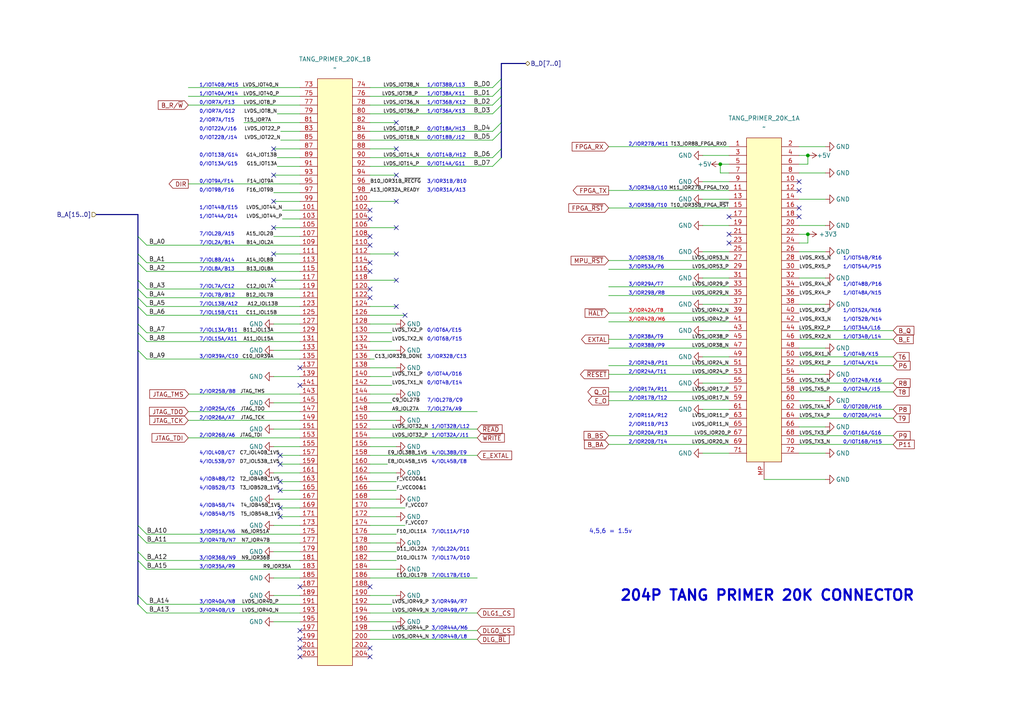
<source format=kicad_sch>
(kicad_sch (version 20230121) (generator eeschema)
  (paper "A4")
  (junction (at 234.315 67.945))
  (junction (at 234.315 45.085))
  (junction (at 208.915 47.625))
  (no_connect (at 114.935 58.42))
  (no_connect (at 81.28 147.32))
  (no_connect (at 86.995 182.88))
  (no_connect (at 211.455 70.485))
  (no_connect (at 107.315 187.96))
  (no_connect (at 114.935 81.28))
  (no_connect (at 107.315 78.74))
  (no_connect (at 86.995 111.76))
  (no_connect (at 86.995 187.96))
  (no_connect (at 81.28 139.7))
  (no_connect (at 81.28 142.24))
  (no_connect (at 81.28 132.08))
  (no_connect (at 86.995 185.42))
  (no_connect (at 81.28 149.86))
  (no_connect (at 107.315 83.82))
  (no_connect (at 114.935 73.66))
  (no_connect (at 114.935 88.9))
  (no_connect (at 107.315 68.58))
  (no_connect (at 231.775 62.865))
  (no_connect (at 114.935 50.8))
  (no_connect (at 107.315 76.2))
  (no_connect (at 231.775 55.245))
  (no_connect (at 107.315 60.96))
  (no_connect (at 79.375 43.18))
  (no_connect (at 211.455 62.865))
  (no_connect (at 86.995 190.5))
  (no_connect (at 114.935 35.56))
  (no_connect (at 81.28 134.62))
  (no_connect (at 107.315 71.12))
  (no_connect (at 231.775 60.325))
  (no_connect (at 114.935 43.18))
  (no_connect (at 231.775 52.705))
  (no_connect (at 86.995 106.68))
  (no_connect (at 117.475 91.44))
  (no_connect (at 86.995 170.18))
  (no_connect (at 79.375 66.04))
  (no_connect (at 79.375 50.8))
  (no_connect (at 79.375 81.28))
  (no_connect (at 107.315 63.5))
  (no_connect (at 107.315 190.5))
  (no_connect (at 107.315 170.18))
  (no_connect (at 211.455 67.945))
  (no_connect (at 107.315 86.36))
  (no_connect (at 79.375 73.66))
  (no_connect (at 114.935 66.04))
  (no_connect (at 79.375 58.42))
  (bus_entry (at 142.875 27.94) (size 2.54 -2.54))
  (bus_entry (at 40.005 76.2) (size 2.54 2.54))
  (bus_entry (at 40.005 160.02) (size 2.54 2.54))
  (bus_entry (at 40.005 93.98) (size 2.54 2.54))
  (bus_entry (at 40.005 154.94) (size 2.54 2.54))
  (bus_entry (at 40.005 73.66) (size 2.54 2.54))
  (bus_entry (at 142.875 30.48) (size 2.54 -2.54))
  (bus_entry (at 142.875 40.64) (size 2.54 -2.54))
  (bus_entry (at 142.875 33.02) (size 2.54 -2.54))
  (bus_entry (at 40.005 152.4) (size 2.54 2.54))
  (bus_entry (at 40.005 175.26) (size 2.54 2.54))
  (bus_entry (at 142.875 45.72) (size 2.54 -2.54))
  (bus_entry (at 142.875 25.4) (size 2.54 -2.54))
  (bus_entry (at 40.005 101.6) (size 2.54 2.54))
  (bus_entry (at 40.005 83.82) (size 2.54 2.54))
  (bus_entry (at 40.005 172.72) (size 2.54 2.54))
  (bus_entry (at 40.005 162.56) (size 2.54 2.54))
  (bus_entry (at 142.875 38.1) (size 2.54 -2.54))
  (bus_entry (at 40.005 81.28) (size 2.54 2.54))
  (bus_entry (at 142.875 48.26) (size 2.54 -2.54))
  (bus_entry (at 40.005 96.52) (size 2.54 2.54))
  (bus_entry (at 40.005 88.9) (size 2.54 2.54))
  (bus_entry (at 40.005 86.36) (size 2.54 2.54))
  (bus_entry (at 40.005 68.58) (size 2.54 2.54))
  (wire (pts (xy 239.395 88.265) (xy 231.775 88.265)))
  (wire (pts (xy 176.53 106.045) (xy 211.455 106.045)))
  (wire (pts (xy 54.61 30.48) (xy 86.995 30.48)))
  (wire (pts (xy 79.375 129.54) (xy 86.995 129.54)))
  (wire (pts (xy 42.545 78.74) (xy 86.995 78.74)))
  (wire (pts (xy 107.315 43.18) (xy 114.935 43.18)))
  (wire (pts (xy 107.315 91.44) (xy 117.475 91.44)))
  (bus (pts (xy 40.005 62.23) (xy 40.005 68.58)))
  (wire (pts (xy 79.375 109.22) (xy 86.995 109.22)))
  (wire (pts (xy 231.775 113.665) (xy 259.08 113.665)))
  (wire (pts (xy 221.615 139.065) (xy 239.395 139.065)))
  (wire (pts (xy 231.775 47.625) (xy 234.315 47.625)))
  (wire (pts (xy 114.935 180.34) (xy 107.315 180.34)))
  (wire (pts (xy 81.915 63.5) (xy 86.995 63.5)))
  (wire (pts (xy 114.935 165.1) (xy 107.315 165.1)))
  (wire (pts (xy 79.375 55.88) (xy 86.995 55.88)))
  (wire (pts (xy 107.315 33.02) (xy 142.875 33.02)))
  (wire (pts (xy 113.665 96.52) (xy 107.315 96.52)))
  (wire (pts (xy 176.53 60.325) (xy 211.455 60.325)))
  (wire (pts (xy 107.315 27.94) (xy 142.875 27.94)))
  (wire (pts (xy 231.775 98.425) (xy 259.08 98.425)))
  (wire (pts (xy 117.475 147.32) (xy 107.315 147.32)))
  (wire (pts (xy 107.315 73.66) (xy 114.935 73.66)))
  (wire (pts (xy 231.775 106.045) (xy 259.08 106.045)))
  (wire (pts (xy 42.545 104.14) (xy 86.995 104.14)))
  (wire (pts (xy 114.935 154.94) (xy 107.315 154.94)))
  (wire (pts (xy 79.375 68.58) (xy 86.995 68.58)))
  (wire (pts (xy 231.775 118.745) (xy 259.08 118.745)))
  (wire (pts (xy 42.545 162.56) (xy 86.995 162.56)))
  (wire (pts (xy 42.545 91.44) (xy 86.995 91.44)))
  (wire (pts (xy 259.08 95.885) (xy 231.775 95.885)))
  (wire (pts (xy 107.315 40.64) (xy 142.875 40.64)))
  (wire (pts (xy 114.935 129.54) (xy 107.315 129.54)))
  (bus (pts (xy 40.005 162.56) (xy 40.005 160.02)))
  (wire (pts (xy 208.915 50.165) (xy 208.915 47.625)))
  (wire (pts (xy 117.475 152.4) (xy 107.315 152.4)))
  (wire (pts (xy 203.835 103.505) (xy 211.455 103.505)))
  (wire (pts (xy 138.43 182.88) (xy 107.315 182.88)))
  (wire (pts (xy 176.53 93.345) (xy 211.455 93.345)))
  (wire (pts (xy 42.545 76.2) (xy 86.995 76.2)))
  (bus (pts (xy 40.005 101.6) (xy 40.005 96.52)))
  (wire (pts (xy 114.935 172.72) (xy 107.315 172.72)))
  (wire (pts (xy 231.775 67.945) (xy 234.315 67.945)))
  (wire (pts (xy 113.665 99.06) (xy 107.315 99.06)))
  (wire (pts (xy 79.375 172.72) (xy 86.995 172.72)))
  (wire (pts (xy 79.375 137.16) (xy 86.995 137.16)))
  (wire (pts (xy 79.375 101.6) (xy 86.995 101.6)))
  (wire (pts (xy 114.935 139.7) (xy 107.315 139.7)))
  (wire (pts (xy 42.545 157.48) (xy 86.995 157.48)))
  (wire (pts (xy 113.665 116.84) (xy 107.315 116.84)))
  (wire (pts (xy 42.545 177.8) (xy 86.995 177.8)))
  (wire (pts (xy 208.915 47.625) (xy 211.455 47.625)))
  (wire (pts (xy 114.935 149.86) (xy 107.315 149.86)))
  (wire (pts (xy 113.665 111.76) (xy 107.315 111.76)))
  (wire (pts (xy 138.43 185.42) (xy 107.315 185.42)))
  (wire (pts (xy 79.375 73.66) (xy 86.995 73.66)))
  (wire (pts (xy 107.315 132.08) (xy 138.43 132.08)))
  (bus (pts (xy 145.415 30.48) (xy 145.415 27.94)))
  (wire (pts (xy 42.545 165.1) (xy 86.995 165.1)))
  (wire (pts (xy 42.545 86.36) (xy 86.995 86.36)))
  (bus (pts (xy 40.005 154.94) (xy 40.005 152.4)))
  (wire (pts (xy 114.935 142.24) (xy 107.315 142.24)))
  (wire (pts (xy 42.545 154.94) (xy 86.995 154.94)))
  (wire (pts (xy 70.739 35.56) (xy 86.995 35.56)))
  (bus (pts (xy 40.005 96.52) (xy 40.005 93.98)))
  (bus (pts (xy 145.415 27.94) (xy 145.415 25.4)))
  (wire (pts (xy 231.775 126.365) (xy 259.08 126.365)))
  (wire (pts (xy 234.315 67.945) (xy 234.315 70.485)))
  (bus (pts (xy 40.005 76.2) (xy 40.005 73.66)))
  (wire (pts (xy 81.407 40.64) (xy 86.995 40.64)))
  (wire (pts (xy 138.43 127) (xy 107.315 127)))
  (wire (pts (xy 239.395 108.585) (xy 231.775 108.585)))
  (wire (pts (xy 81.407 38.1) (xy 86.995 38.1)))
  (wire (pts (xy 114.935 162.56) (xy 107.315 162.56)))
  (wire (pts (xy 203.835 95.885) (xy 211.455 95.885)))
  (wire (pts (xy 79.375 180.34) (xy 86.995 180.34)))
  (bus (pts (xy 145.415 18.415) (xy 152.4 18.415)))
  (wire (pts (xy 107.315 38.1) (xy 142.875 38.1)))
  (wire (pts (xy 54.61 121.92) (xy 86.995 121.92)))
  (wire (pts (xy 114.935 144.78) (xy 107.315 144.78)))
  (wire (pts (xy 211.455 42.545) (xy 176.53 42.545)))
  (wire (pts (xy 81.153 134.62) (xy 86.995 134.62)))
  (wire (pts (xy 176.53 108.585) (xy 211.455 108.585)))
  (wire (pts (xy 231.775 111.125) (xy 259.08 111.125)))
  (wire (pts (xy 79.375 93.98) (xy 86.995 93.98)))
  (wire (pts (xy 81.915 60.96) (xy 86.995 60.96)))
  (wire (pts (xy 54.61 127) (xy 86.995 127)))
  (wire (pts (xy 79.375 167.64) (xy 86.995 167.64)))
  (wire (pts (xy 79.375 152.4) (xy 86.995 152.4)))
  (bus (pts (xy 145.415 35.56) (xy 145.415 30.48)))
  (wire (pts (xy 54.61 27.94) (xy 86.995 27.94)))
  (wire (pts (xy 239.395 80.645) (xy 231.775 80.645)))
  (wire (pts (xy 114.935 101.6) (xy 107.315 101.6)))
  (wire (pts (xy 203.835 80.645) (xy 211.455 80.645)))
  (wire (pts (xy 176.53 85.725) (xy 211.455 85.725)))
  (wire (pts (xy 211.455 50.165) (xy 208.915 50.165)))
  (wire (pts (xy 203.835 88.265) (xy 211.455 88.265)))
  (wire (pts (xy 114.935 93.98) (xy 107.315 93.98)))
  (bus (pts (xy 40.005 83.82) (xy 40.005 81.28)))
  (wire (pts (xy 239.395 50.165) (xy 231.775 50.165)))
  (wire (pts (xy 176.53 126.365) (xy 211.455 126.365)))
  (bus (pts (xy 27.94 62.23) (xy 40.005 62.23)))
  (wire (pts (xy 79.375 50.8) (xy 86.995 50.8)))
  (wire (pts (xy 203.835 111.125) (xy 211.455 111.125)))
  (wire (pts (xy 239.395 131.445) (xy 231.775 131.445)))
  (wire (pts (xy 80.391 45.72) (xy 86.995 45.72)))
  (wire (pts (xy 107.315 58.42) (xy 114.935 58.42)))
  (wire (pts (xy 239.395 73.025) (xy 231.775 73.025)))
  (wire (pts (xy 114.935 106.68) (xy 107.315 106.68)))
  (bus (pts (xy 40.005 86.36) (xy 40.005 83.82)))
  (wire (pts (xy 107.315 81.28) (xy 114.935 81.28)))
  (wire (pts (xy 203.835 118.745) (xy 211.455 118.745)))
  (wire (pts (xy 234.315 47.625) (xy 234.315 45.085)))
  (wire (pts (xy 107.315 66.04) (xy 114.935 66.04)))
  (wire (pts (xy 79.375 144.78) (xy 86.995 144.78)))
  (wire (pts (xy 54.737 114.3) (xy 86.995 114.3)))
  (wire (pts (xy 54.61 119.38) (xy 86.995 119.38)))
  (wire (pts (xy 176.53 113.665) (xy 211.455 113.665)))
  (wire (pts (xy 107.315 119.38) (xy 138.43 119.38)))
  (wire (pts (xy 107.315 50.8) (xy 114.935 50.8)))
  (wire (pts (xy 231.775 103.505) (xy 259.08 103.505)))
  (wire (pts (xy 239.395 116.205) (xy 231.775 116.205)))
  (wire (pts (xy 42.545 175.26) (xy 86.995 175.26)))
  (wire (pts (xy 176.53 78.105) (xy 211.455 78.105)))
  (bus (pts (xy 40.005 172.72) (xy 40.005 162.56)))
  (wire (pts (xy 80.391 33.02) (xy 86.995 33.02)))
  (wire (pts (xy 239.395 42.545) (xy 231.775 42.545)))
  (wire (pts (xy 81.153 139.7) (xy 86.995 139.7)))
  (wire (pts (xy 108.585 104.14) (xy 107.315 104.14)))
  (bus (pts (xy 145.415 45.72) (xy 145.415 43.18)))
  (wire (pts (xy 203.835 65.405) (xy 211.455 65.405)))
  (wire (pts (xy 107.315 88.9) (xy 114.935 88.9)))
  (wire (pts (xy 239.395 100.965) (xy 231.775 100.965)))
  (wire (pts (xy 114.935 157.48) (xy 107.315 157.48)))
  (bus (pts (xy 40.005 81.28) (xy 40.005 76.2)))
  (wire (pts (xy 79.375 116.84) (xy 86.995 116.84)))
  (wire (pts (xy 203.835 45.085) (xy 211.455 45.085)))
  (wire (pts (xy 239.395 123.825) (xy 231.775 123.825)))
  (wire (pts (xy 176.53 128.905) (xy 211.455 128.905)))
  (wire (pts (xy 203.835 57.785) (xy 211.455 57.785)))
  (wire (pts (xy 42.545 96.52) (xy 86.995 96.52)))
  (wire (pts (xy 42.545 83.82) (xy 86.995 83.82)))
  (wire (pts (xy 107.315 30.48) (xy 142.875 30.48)))
  (bus (pts (xy 145.415 43.18) (xy 145.415 38.1)))
  (wire (pts (xy 239.395 57.785) (xy 231.775 57.785)))
  (wire (pts (xy 79.375 81.28) (xy 86.995 81.28)))
  (bus (pts (xy 145.415 38.1) (xy 145.415 35.56)))
  (bus (pts (xy 40.005 175.26) (xy 40.005 172.72)))
  (wire (pts (xy 42.545 88.9) (xy 86.995 88.9)))
  (wire (pts (xy 113.665 175.26) (xy 107.315 175.26)))
  (wire (pts (xy 176.53 75.565) (xy 211.455 75.565)))
  (wire (pts (xy 239.395 65.405) (xy 231.775 65.405)))
  (wire (pts (xy 112.395 134.62) (xy 107.315 134.62)))
  (wire (pts (xy 107.315 25.4) (xy 142.875 25.4)))
  (wire (pts (xy 114.935 114.3) (xy 107.315 114.3)))
  (wire (pts (xy 211.455 55.245) (xy 176.53 55.245)))
  (wire (pts (xy 114.935 137.16) (xy 107.315 137.16)))
  (wire (pts (xy 42.545 99.06) (xy 86.995 99.06)))
  (wire (pts (xy 176.53 83.185) (xy 211.455 83.185)))
  (wire (pts (xy 176.53 90.805) (xy 211.455 90.805)))
  (wire (pts (xy 234.315 70.485) (xy 231.775 70.485)))
  (bus (pts (xy 40.005 152.4) (xy 40.005 101.6)))
  (wire (pts (xy 42.545 71.12) (xy 86.995 71.12)))
  (wire (pts (xy 231.775 45.085) (xy 234.315 45.085)))
  (wire (pts (xy 79.375 160.02) (xy 86.995 160.02)))
  (wire (pts (xy 114.935 121.92) (xy 107.315 121.92)))
  (bus (pts (xy 40.005 160.02) (xy 40.005 154.94)))
  (wire (pts (xy 54.61 53.34) (xy 86.995 53.34)))
  (wire (pts (xy 176.53 100.965) (xy 211.455 100.965)))
  (wire (pts (xy 81.407 147.32) (xy 86.995 147.32)))
  (wire (pts (xy 107.315 35.56) (xy 114.935 35.56)))
  (wire (pts (xy 80.391 48.26) (xy 86.995 48.26)))
  (wire (pts (xy 231.775 128.905) (xy 259.08 128.905)))
  (wire (pts (xy 203.835 73.025) (xy 211.455 73.025)))
  (bus (pts (xy 145.415 25.4) (xy 145.415 22.86)))
  (wire (pts (xy 54.61 25.4) (xy 86.995 25.4)))
  (bus (pts (xy 40.005 93.98) (xy 40.005 88.9)))
  (wire (pts (xy 79.375 66.04) (xy 86.995 66.04)))
  (bus (pts (xy 145.415 22.86) (xy 145.415 18.415)))
  (wire (pts (xy 114.935 160.02) (xy 107.315 160.02)))
  (bus (pts (xy 40.005 73.66) (xy 40.005 68.58)))
  (wire (pts (xy 138.43 124.46) (xy 107.315 124.46)))
  (wire (pts (xy 176.53 116.205) (xy 211.455 116.205)))
  (wire (pts (xy 79.375 124.46) (xy 86.995 124.46)))
  (wire (pts (xy 176.53 98.425) (xy 211.455 98.425)))
  (wire (pts (xy 107.315 48.26) (xy 142.875 48.26)))
  (wire (pts (xy 138.43 177.8) (xy 107.315 177.8)))
  (wire (pts (xy 203.835 52.705) (xy 211.455 52.705)))
  (wire (pts (xy 81.153 142.24) (xy 86.995 142.24)))
  (wire (pts (xy 203.835 131.445) (xy 211.455 131.445)))
  (wire (pts (xy 81.153 132.08) (xy 86.995 132.08)))
  (wire (pts (xy 138.43 167.64) (xy 107.315 167.64)))
  (wire (pts (xy 231.775 121.285) (xy 259.08 121.285)))
  (wire (pts (xy 81.407 149.86) (xy 86.995 149.86)))
  (wire (pts (xy 79.375 43.18) (xy 86.995 43.18)))
  (bus (pts (xy 40.005 88.9) (xy 40.005 86.36)))
  (wire (pts (xy 107.315 45.72) (xy 142.875 45.72)))
  (wire (pts (xy 113.665 109.22) (xy 107.315 109.22)))
  (wire (pts (xy 79.375 58.42) (xy 86.995 58.42)))
  (text "7/IOL7A/C12\n" (at 57.785 83.82 0) (effects (font (size 1 1)) (justify left bottom)))
  (text "3/IOR49A/R7" (at 125.095 175.26 0) (effects (font (size 1 1)) (justify left bottom)))
  (text "0/IOT24A/J15\n" (at 244.475 113.665 0) (effects (font (size 1 1)) (justify left bottom)))
  (text "3/IOR34B/L10\n" (at 182.245 55.245 0) (effects (font (size 1 1)) (justify left bottom)))
  (text "7/IOL22A/D11\n" (at 125.095 160.02 0) (effects (font (size 1 1)) (justify left bottom)))
  (text "4/IOB48B/T2" (at 57.785 139.7 0) (effects (font (size 1 1)) (justify left bottom)))
  (text "4/IOL45B/E8\n" (at 125.095 134.62 0) (effects (font (size 1 1)) (justify left bottom)))
  (text "3/IOR36B/N9\n" (at 57.785 162.56 0) (effects (font (size 1 1)) (justify left bottom)))
  (text "2/IOR11B/P13\n" (at 182.245 123.825 0) (effects (font (size 1 1)) (justify left bottom)))
  (text "1/IOT34A/L16\n" (at 244.475 95.885 0) (effects (font (size 1 1)) (justify left bottom)))
  (text "3/IOR51A/N6\n" (at 57.785 154.94 0) (effects (font (size 1 1)) (justify left bottom)))
  (text "1/IOT34B/L14\n" (at 244.475 98.425 0) (effects (font (size 1 1)) (justify left bottom)))
  (text "4,5,6 = 1.5v\n" (at 170.815 154.94 0) (effects (font (size 1.27 1.27)) (justify left bottom)))
  (text "7/IOL2B/A15\n" (at 57.785 68.58 0) (effects (font (size 1 1)) (justify left bottom)))
  (text "0/IOT18B/J12\n" (at 123.825 40.64 0) (effects (font (size 1 1)) (justify left bottom)))
  (text "0/IOT16A/G16\n" (at 244.475 126.365 0) (effects (font (size 1 1)) (justify left bottom)))
  (text "2/IOR17A/R11\n" (at 182.245 113.665 0) (effects (font (size 1 1)) (justify left bottom)))
  (text "0/IOR7A/F13\n" (at 57.785 30.48 0) (effects (font (size 1 1)) (justify left bottom)))
  (text "3/IOR40A/N8\n" (at 57.785 175.26 0) (effects (font (size 1 1)) (justify left bottom)))
  (text "4/IOB52B/T3" (at 57.785 142.24 0) (effects (font (size 1 1)) (justify left bottom)))
  (text "7/IOL17B/E10\n" (at 125.095 167.64 0) (effects (font (size 1 1)) (justify left bottom)))
  (text "0/IOT16B/H15\n" (at 244.475 128.905 0) (effects (font (size 1 1)) (justify left bottom)))
  (text "2/IOR24A/T11\n" (at 182.245 108.585 0) (effects (font (size 1 1)) (justify left bottom)))
  (text "2/IOR7A/T15\n" (at 57.785 35.56 0) (effects (font (size 1 1)) (justify left bottom)))
  (text "2/IOR26B/A6\n" (at 57.785 127 0) (effects (font (size 1 1)) (justify left bottom)))
  (text "2/IOR25B/B8\n" (at 57.785 114.3 0) (effects (font (size 1 1)) (justify left bottom)))
  (text "4/IOL38B/E9\n" (at 125.095 132.08 0) (effects (font (size 1 1)) (justify left bottom)))
  (text "0/IOT18A/H13" (at 123.825 38.1 0) (effects (font (size 1 1)) (justify left bottom)))
  (text "0/IOT13A/G15\n" (at 57.785 48.26 0) (effects (font (size 1 1)) (justify left bottom)))
  (text "3/IOR35B/T10\n" (at 182.245 60.325 0) (effects (font (size 1 1)) (justify left bottom)))
  (text "0/IOT13B/G14\n" (at 57.785 45.72 0) (effects (font (size 1 1)) (justify left bottom)))
  (text "2/IOR20A/R13\n" (at 182.245 126.365 0) (effects (font (size 1 1)) (justify left bottom)))
  (text "1/IOT32B/L12\n" (at 125.095 124.46 0) (effects (font (size 1 1)) (justify left bottom)))
  (text "7/IOL17A/D10\n" (at 125.095 162.56 0) (effects (font (size 1 1)) (justify left bottom)))
  (text "0/IOR7A/G12" (at 57.785 33.02 0) (effects (font (size 1 1)) (justify left bottom)))
  (text "0/IOT6A/E15\n" (at 123.825 96.52 0) (effects (font (size 1 1)) (justify left bottom)))
  (text "7/IOL13B/A12\n" (at 57.785 88.9 0) (effects (font (size 1 1)) (justify left bottom)))
  (text "1/IOT32A/J11\n" (at 125.095 127 0) (effects (font (size 1 1)) (justify left bottom)))
  (text "0/IOT24B/K16\n" (at 244.475 111.125 0) (effects (font (size 1 1)) (justify left bottom)))
  (text "3/IOR32B/C13\n" (at 123.825 104.14 0) (effects (font (size 1 1)) (justify left bottom)))
  (text "0/IOT14B/H12\n" (at 123.825 45.72 0) (effects (font (size 1 1)) (justify left bottom)))
  (text "1/IOT38B/L13\n" (at 123.825 25.4 0) (effects (font (size 1 1)) (justify left bottom)))
  (text "7/IOL27B/C9\n" (at 123.825 116.84 0) (effects (font (size 1 1)) (justify left bottom)))
  (text "1/IOT40A/M14\n" (at 57.785 27.94 0) (effects (font (size 1 1)) (justify left bottom)))
  (text "7/IOL15A/A11\n" (at 57.785 99.06 0) (effects (font (size 1 1)) (justify left bottom)))
  (text "7/IOL8B/A14\n" (at 57.785 76.2 0) (effects (font (size 1 1)) (justify left bottom)))
  (text "7/IOL2A/B14\n" (at 57.785 71.12 0) (effects (font (size 1 1)) (justify left bottom)))
  (text "0/IOT20B/H16\n" (at 244.475 118.745 0) (effects (font (size 1 1)) (justify left bottom)))
  (text "1/IOT4B/K15\n" (at 244.475 103.505 0) (effects (font (size 1 1)) (justify left bottom)))
  (text "2/IOR24B/P11\n" (at 182.245 106.045 0) (effects (font (size 1 1)) (justify left bottom)))
  (text "0/IOT4A/D16\n" (at 123.825 109.22 0) (effects (font (size 1 1)) (justify left bottom)))
  (text "3/IOR42B/M6\n" (at 182.245 93.345 0) (effects (font (size 1 1)) (justify left bottom)))
  (text "2/IOR25A/C6\n" (at 57.785 119.38 0) (effects (font (size 1 1)) (justify left bottom)))
  (text "2/IOR11A/R12\n" (at 182.245 121.285 0) (effects (font (size 1 1)) (justify left bottom)))
  (text "3/IOR35A/R9\n" (at 57.785 165.1 0) (effects (font (size 1 1)) (justify left bottom)))
  (text "2/IOR20B/T14\n" (at 182.245 128.905 0) (effects (font (size 1 1)) (justify left bottom)))
  (text "1/IOT48B/P16\n" (at 244.475 83.185 0) (effects (font (size 1 1)) (justify left bottom)))
  (text "3/IOR39A/C10" (at 57.785 104.14 0) (effects (font (size 1 1)) (justify left bottom)))
  (text "3/IOR44A/M6\n" (at 125.095 182.88 0) (effects (font (size 1 1)) (justify left bottom)))
  (text "7/IOL8A/B13\n" (at 57.785 78.74 0) (effects (font (size 1 1)) (justify left bottom)))
  (text "1/IOT54A/P15\n" (at 244.475 78.105 0) (effects (font (size 1 1)) (justify left bottom)))
  (text "1/IOT48A/N15\n" (at 244.475 85.725 0) (effects (font (size 1 1)) (justify left bottom)))
  (text "4/IOL40B/C7\n" (at 57.785 132.08 0) (effects (font (size 1 1)) (justify left bottom)))
  (text "3/IOR42A/T8\n" (at 182.245 90.805 0) (effects (font (size 1 1)) (justify left bottom)))
  (text "0/IOT9A/F14\n" (at 57.785 53.34 0) (effects (font (size 1 1)) (justify left bottom)))
  (text "7/IOL15B/C11\n" (at 57.785 91.44 0) (effects (font (size 1 1)) (justify left bottom)))
  (text "1/IOT36A/K13\n" (at 123.825 33.02 0) (effects (font (size 1 1)) (justify left bottom)))
  (text "1/IOT44B/E15\n" (at 57.785 60.96 0) (effects (font (size 1 1)) (justify left bottom)))
  (text "7/IOL11A/F10\n" (at 125.095 154.94 0) (effects (font (size 1 1)) (justify left bottom)))
  (text "3/IOR29B/R8\n" (at 182.245 85.725 0) (effects (font (size 1 1)) (justify left bottom)))
  (text "3/IOR53A/P6\n" (at 182.245 78.105 0) (effects (font (size 1 1)) (justify left bottom)))
  (text "3/IOR38B/P9\n" (at 182.245 100.965 0) (effects (font (size 1 1)) (justify left bottom)))
  (text "1/IOT52B/N14\n" (at 244.475 93.345 0) (effects (font (size 1 1)) (justify left bottom)))
  (text "4/IOL53B/D7" (at 57.785 134.62 0) (effects (font (size 1 1)) (justify left bottom)))
  (text "0/IOT22B/J14\n" (at 57.785 40.64 0) (effects (font (size 1 1)) (justify left bottom)))
  (text "0/IOT14A/G11" (at 123.825 48.26 0) (effects (font (size 1 1)) (justify left bottom)))
  (text "0/IOT6B/F15\n" (at 123.825 99.06 0) (effects (font (size 1 1)) (justify left bottom)))
  (text "0/IOT22A/J16\n" (at 57.785 38.1 0) (effects (font (size 1 1)) (justify left bottom)))
  (text "1/IOT38A/K11\n" (at 123.825 27.94 0) (effects (font (size 1 1)) (justify left bottom)))
  (text "3/IOR31B/B10" (at 123.825 53.34 0) (effects (font (size 1 1)) (justify left bottom)))
  (text "3/IOR38A/T9\n" (at 182.245 98.425 0) (effects (font (size 1 1)) (justify left bottom)))
  (text "1/IOT52A/N16\n" (at 244.475 90.805 0) (effects (font (size 1 1)) (justify left bottom)))
  (text "2/IOR26A/A7\n" (at 57.785 121.92 0) (effects (font (size 1 1)) (justify left bottom)))
  (text "1/IOT36B/K12\n" (at 123.825 30.48 0) (effects (font (size 1 1)) (justify left bottom)))
  (text "4/IOB54B/T5\n" (at 57.785 149.86 0) (effects (font (size 1 1)) (justify left bottom)))
  (text "1/IOT44A/D14" (at 57.785 63.5 0) (effects (font (size 1 1)) (justify left bottom)))
  (text "2/IOR17B/T12\n" (at 182.245 116.205 0) (effects (font (size 1 1)) (justify left bottom)))
  (text "7/IOL13A/B11\n" (at 57.785 96.52 0) (effects (font (size 1 1)) (justify left bottom)))
  (text "3/IOR47B/N7" (at 57.785 157.48 0) (effects (font (size 1 1)) (justify left bottom)))
  (text "4/IOB45B/T4\n" (at 57.785 147.32 0) (effects (font (size 1 1)) (justify left bottom)))
  (text "1/IOT4A/K14\n" (at 244.475 106.045 0) (effects (font (size 1 1)) (justify left bottom)))
  (text "7/IOL27A/A9\n" (at 123.825 119.38 0) (effects (font (size 1 1)) (justify left bottom)))
  (text "7/IOL7B/B12\n" (at 57.785 86.36 0) (effects (font (size 1 1)) (justify left bottom)))
  (text "204P TANG PRIMER 20K CONNECTOR" (at 179.705 174.625 0) (effects (font (size 3.048 3.048) bold) (justify left bottom)))
  (text "3/IOR44B/L8" (at 125.095 185.42 0) (effects (font (size 1 1)) (justify left bottom)))
  (text "3/IOR31A/A13" (at 123.825 55.88 0) (effects (font (size 1 1)) (justify left bottom)))
  (text "0/IOT20A/H14\n" (at 244.475 121.285 0) (effects (font (size 1 1)) (justify left bottom)))
  (text "1/IOT40B/M15\n" (at 57.785 25.4 0) (effects (font (size 1 1)) (justify left bottom)))
  (text "3/IOR53B/T6\n" (at 182.245 75.565 0) (effects (font (size 1 1)) (justify left bottom)))
  (text "3/IOR29A/T7\n" (at 182.245 83.185 0) (effects (font (size 1 1)) (justify left bottom)))
  (text "1/IOT54B/R16\n" (at 244.475 75.565 0) (effects (font (size 1 1)) (justify left bottom)))
  (text "3/IOR49B/P7\n" (at 125.095 177.8 0) (effects (font (size 1 1)) (justify left bottom)))
  (text "2/IOR27B/M11\n" (at 182.245 42.545 0) (effects (font (size 1 1)) (justify left bottom)))
  (text "0/IOT4B/E14\n" (at 123.825 111.76 0) (effects (font (size 1 1)) (justify left bottom)))
  (text "0/IOT9B/F16\n" (at 57.785 55.88 0) (effects (font (size 1 1)) (justify left bottom)))
  (text "3/IOR40B/L9\n" (at 57.785 177.8 0) (effects (font (size 1 1)) (justify left bottom)))
  (label "LVDS_TX4_P" (at 231.775 121.285 0) (effects (font (size 1 1))))
  (label "D7_IOL53B_1V5" (at 81.153 134.62 180) (effects (font (size 1 1))))
  (label "LVDS_IOT8_N" (at 80.391 33.02 180) (effects (font (size 1 1))))
  (label "LVDS_IOT38_N" (at 111.125 25.4 0) (effects (font (size 1 1))))
  (label "E9_IOL38B_1V5" (at 112.395 132.08 0) (effects (font (size 1 1))))
  (label "D10_IOL17A" (at 114.935 162.56 0) (effects (font (size 1 1))))
  (label "LVDS_TX3_P" (at 231.775 126.365 0) (effects (font (size 1 1))))
  (label "B_D3" (at 142.24 33.02 180))
  (label "LVDS_IOT18_P" (at 111.125 38.1 0) (effects (font (size 1 1))))
  (label "B_D5" (at 142.24 40.64 180))
  (label "A14_IOL8B" (at 79.375 76.2 180) (effects (font (size 1 1))))
  (label "LVDS_IOT32_N" (at 113.665 124.46 0) (effects (font (size 1 1))))
  (label "T4_IOB45B_1V5" (at 81.407 147.32 180) (effects (font (size 1 1))))
  (label "B_A4" (at 43.18 86.36 0))
  (label "B_A12" (at 42.545 162.56 0))
  (label "LVDS_IOR40_P" (at 80.899 175.26 180) (effects (font (size 1 1))))
  (label "LVDS_RX4_P" (at 231.775 85.725 0) (effects (font (size 1 1))))
  (label "LVDS_RX2_N" (at 231.775 98.425 0) (effects (font (size 1 1))))
  (label "F10_IOL11A" (at 114.935 154.94 0) (effects (font (size 1 1))))
  (label "LVDS_RX4_N" (at 231.775 83.185 0) (effects (font (size 1 1))))
  (label "LVDS_IOR44_N" (at 113.665 185.42 0) (effects (font (size 1 1))))
  (label "B_D2" (at 142.24 30.48 180))
  (label "LVDS_TX1_P" (at 113.665 109.22 0) (effects (font (size 1 1))))
  (label "F14_IOT9A" (at 79.375 53.34 180) (effects (font (size 1 1))))
  (label "G15_IOT13A" (at 80.391 48.26 180) (effects (font (size 1 1))))
  (label "LVDS_IOT14_N" (at 111.125 45.72 0) (effects (font (size 1 1))))
  (label "LVDS_TX5_P" (at 231.775 113.665 0) (effects (font (size 1 1))))
  (label "B_D7" (at 142.24 48.26 180))
  (label "LVDS_RX5_N" (at 231.775 75.565 0) (effects (font (size 1 1))))
  (label "B_A10" (at 42.545 154.94 0))
  (label "LVDS_IOT32_P" (at 113.665 127 0) (effects (font (size 1 1))))
  (label "LVDS_IOT44_N" (at 81.915 60.96 180) (effects (font (size 1 1))))
  (label "F_VCCO7" (at 117.475 152.4 0) (effects (font (size 1 1))))
  (label "N6_IOR51A" (at 78.105 154.94 180) (effects (font (size 1 1))))
  (label "F_VCCO7" (at 117.475 147.32 0) (effects (font (size 1 1))))
  (label "LVDS_TX5_N" (at 231.775 111.125 0) (effects (font (size 1 1))))
  (label "LVDS_RX1_P" (at 231.775 106.045 0) (effects (font (size 1 1))))
  (label "B_A6" (at 43.18 91.44 0))
  (label "LVDS_IOR38_N" (at 211.455 100.965 180) (effects (font (size 1 1))))
  (label "B_A2" (at 43.18 78.74 0))
  (label "B_A8" (at 43.18 99.06 0))
  (label "LVDS_IOT40_N" (at 80.899 25.4 180) (effects (font (size 1 1))))
  (label "LVDS_IOT44_P" (at 81.915 63.5 180) (effects (font (size 1 1))))
  (label "LVDS_IOR20_N" (at 211.455 128.905 180) (effects (font (size 1 1))))
  (label "C12_IOL7A" (at 79.375 83.82 180) (effects (font (size 1 1))))
  (label "LVDS_TX3_N" (at 231.775 128.905 0) (effects (font (size 1 1))))
  (label "G14_IOT13B" (at 80.391 45.72 180) (effects (font (size 1 1))))
  (label "LVDS_IOT38_P" (at 121.285 27.94 180) (effects (font (size 1 1))))
  (label "LVDS_TX1_N" (at 113.665 111.76 0) (effects (font (size 1 1))))
  (label "LVDS_IOR11_N" (at 211.455 123.825 180) (effects (font (size 1 1))))
  (label "LVDS_IOR44_P" (at 113.665 182.88 0) (effects (font (size 1 1))))
  (label "LVDS_IOR38_P" (at 211.455 98.425 180) (effects (font (size 1 1))))
  (label "F_VCCO0&1" (at 114.935 142.24 0) (effects (font (size 1 1))))
  (label "LVDS_RX1_N" (at 231.775 103.505 0) (effects (font (size 1 1))))
  (label "LVDS_IOR49_N" (at 113.665 177.8 0) (effects (font (size 1 1))))
  (label "B_A14" (at 43.18 175.26 0))
  (label "LVDS_IOR53_P" (at 211.455 78.105 180) (effects (font (size 1 1))))
  (label "C7_IOL40B_1V5" (at 81.153 132.08 180) (effects (font (size 1 1))))
  (label "LVDS_IOR11_P" (at 211.455 121.285 180) (effects (font (size 1 1))))
  (label "LVDS_IOR53_N" (at 211.455 75.565 180) (effects (font (size 1 1))))
  (label "B_A3" (at 43.18 83.82 0))
  (label "B_A13" (at 43.18 177.8 0))
  (label "A9_IOL27A" (at 113.665 119.38 0) (effects (font (size 1 1))))
  (label "LVDS_TX4_N" (at 231.775 118.745 0) (effects (font (size 1 1))))
  (label "LVDS_IOR40_N" (at 80.899 177.8 180) (effects (font (size 1 1))))
  (label "F_VCCO0&1" (at 114.935 139.7 0) (effects (font (size 1 1))))
  (label "LVDS_IOT22_N" (at 81.407 40.64 180) (effects (font (size 1 1))))
  (label "B14_IOL2A" (at 79.375 71.12 180) (effects (font (size 1 1))))
  (label "LVDS_IOR17_N" (at 211.455 116.205 180) (effects (font (size 1 1))))
  (label "B_A7" (at 43.18 96.52 0))
  (label "LVDS_IOT36_N" (at 111.125 30.48 0) (effects (font (size 1 1))))
  (label "A13_IOR32A_READY" (at 107.315 55.88 0) (effects (font (size 1 1))))
  (label "B10_IOR31B_~{RECFG}" (at 107.315 53.34 0) (effects (font (size 1 1))))
  (label "C13_IOR32B_DONE" (at 108.585 104.14 0) (effects (font (size 1 1))))
  (label "B_A11" (at 42.545 157.48 0))
  (label "E10_IOL17B" (at 114.935 167.64 0) (effects (font (size 1 1))))
  (label "B_D0" (at 142.24 25.4 180))
  (label "LVDS_TX2_N" (at 113.665 99.06 0) (effects (font (size 1 1))))
  (label "LVDS_IOT18_N" (at 111.125 40.64 0) (effects (font (size 1 1))))
  (label "JTAG_TDI" (at 76.073 127 180) (effects (font (size 1 1))))
  (label "B_A1" (at 43.18 76.2 0))
  (label "B12_IOL7B" (at 79.375 86.36 180) (effects (font (size 1 1))))
  (label "M11_IOR27B_FPGA_TXO" (at 211.455 55.245 180) (effects (font (size 1 1))))
  (label "T10_IOR35B_FPGA_~{RST}" (at 211.455 60.325 180) (effects (font (size 1 1))))
  (label "B_A0" (at 43.18 71.12 0))
  (label "C9_IOL27B" (at 113.665 116.84 0) (effects (font (size 1 1))))
  (label "B_A9" (at 43.18 104.14 0))
  (label "LVDS_IOT40_P" (at 70.485 27.94 0) (effects (font (size 1 1))))
  (label "LVDS_IOR29_N" (at 211.455 85.725 180) (effects (font (size 1 1))))
  (label "LVDS_RX5_P" (at 231.775 78.105 0) (effects (font (size 1 1))))
  (label "LVDS_IOR49_P" (at 113.665 175.26 0) (effects (font (size 1 1))))
  (label "T13_IOR8B_FPGA_RXO" (at 210.82 42.545 180) (effects (font (size 1 1))))
  (label "B_D4" (at 142.24 38.1 180))
  (label "LVDS_IOT36_P" (at 111.125 33.02 0) (effects (font (size 1 1))))
  (label "LVDS_IOR24_N" (at 211.455 106.045 180) (effects (font (size 1 1))))
  (label "T3_IOB52B_1V5" (at 81.153 142.24 180) (effects (font (size 1 1))))
  (label "JTAG_TDO" (at 76.835 119.38 180) (effects (font (size 1 1))))
  (label "LVDS_IOR24_P" (at 211.455 108.585 180) (effects (font (size 1 1))))
  (label "C11_IOL15B" (at 80.391 91.44 180) (effects (font (size 1 1))))
  (label "LVDS_IOR42_P" (at 211.455 93.345 180) (effects (font (size 1 1))))
  (label "C10_IOR39A" (at 79.375 104.14 180) (effects (font (size 1 1))))
  (label "A15_IOL2B" (at 79.375 68.58 180) (effects (font (size 1 1))))
  (label "LVDS_IOT22_P" (at 81.407 38.1 180) (effects (font (size 1 1))))
  (label "LVDS_RX3_P" (at 231.775 90.805 0) (effects (font (size 1 1))))
  (label "LVDS_IOR17_P" (at 211.455 113.665 180) (effects (font (size 1 1))))
  (label "A11_IOL15A" (at 79.375 99.06 180) (effects (font (size 1 1))))
  (label "N7_IOR47B" (at 78.359 157.48 180) (effects (font (size 1 1))))
  (label "LVDS_RX2_P" (at 240.919 95.885 180) (effects (font (size 1 1))))
  (label "LVDS_IOT14_P" (at 111.125 48.26 0) (effects (font (size 1 1))))
  (label "A12_IOL13B" (at 71.755 88.9 0) (effects (font (size 1 1))))
  (label "N9_IOR36B" (at 78.359 162.56 180) (effects (font (size 1 1))))
  (label "T5_IOB54B_1V5" (at 81.407 149.86 180) (effects (font (size 1 1))))
  (label "B_D6" (at 142.24 45.72 180))
  (label "JTAG_TMS" (at 76.835 114.3 180) (effects (font (size 1 1))))
  (label "B_A15" (at 42.545 165.1 0))
  (label "R9_IOR35A" (at 84.455 165.1 180) (effects (font (size 1 1))))
  (label "LVDS_RX3_N" (at 231.775 93.345 0) (effects (font (size 1 1))))
  (label "T15_IOR7A" (at 70.739 35.56 0) (effects (font (size 1 1))))
  (label "LVDS_IOT8_P" (at 80.137 30.48 180) (effects (font (size 1 1))))
  (label "B13_IOL8A" (at 79.375 78.74 180) (effects (font (size 1 1))))
  (label "LVDS_IOR20_P" (at 201.295 126.365 0) (effects (font (size 1 1))))
  (label "D11_IOL22A" (at 114.935 160.02 0) (effects (font (size 1 1))))
  (label "JTAG_TCK" (at 76.835 121.92 180) (effects (font (size 1 1))))
  (label "B_A5" (at 43.18 88.9 0))
  (label "F16_IOT9B" (at 79.375 55.88 180) (effects (font (size 1 1))))
  (label "T2_IOB48B_1V5" (at 81.153 139.7 180) (effects (font (size 1 1))))
  (label "B_D1" (at 142.24 27.94 180))
  (label "E8_IOL45B_1V5" (at 112.395 134.62 0) (effects (font (size 1 1))))
  (label "LVDS_TX2_P" (at 113.665 96.52 0) (effects (font (size 1 1))))
  (label "LVDS_IOR42_N" (at 211.455 90.805 180) (effects (font (size 1 1))))
  (label "LVDS_IOR29_P" (at 211.455 83.185 180) (effects (font (size 1 1))))
  (label "B11_IOL13A" (at 79.375 96.52 180) (effects (font (size 1 1))))
  (global_label "DLG1_CS" (shape input) (at 138.43 177.8 0) (property "Intersheetrefs" "${INTERSHEET_REFS}" (effects hide)))
  (global_label "~{RESET}" (shape output) (at 176.53 108.585 180) (property "Intersheetrefs" "${INTERSHEET_REFS}" (effects hide)))
  (global_label "T9" (shape input) (at 259.08 121.285 0) (property "Intersheetrefs" "${INTERSHEET_REFS}" (effects hide)))
  (global_label "P6" (shape input) (at 259.08 106.045 0) (property "Intersheetrefs" "${INTERSHEET_REFS}" (effects hide)))
  (global_label "P11" (shape input) (at 259.08 128.905 0) (property "Intersheetrefs" "${INTERSHEET_REFS}" (effects hide)))
  (global_label "~{READ}" (shape input) (at 138.43 124.46 0) (property "Intersheetrefs" "${INTERSHEET_REFS}" (effects hide)))
  (global_label "MPU_~{RST}" (shape input) (at 176.53 75.565 180) (property "Intersheetrefs" "${INTERSHEET_REFS}" (effects hide)))
  (global_label "FPGA_TX" (shape output) (at 176.53 55.245 180) (property "Intersheetrefs" "${INTERSHEET_REFS}" (effects hide)))
  (global_label "P8" (shape input) (at 259.08 118.745 0) (property "Intersheetrefs" "${INTERSHEET_REFS}" (effects hide)))
  (global_label "~{FIRQ}" (shape input) (at 142.621 222.758 180) (property "Intersheetrefs" "${INTERSHEET_REFS}" (effects hide)))
  (global_label "JTAG_TMS" (shape input) (at 54.737 114.3 180) (property "Intersheetrefs" "${INTERSHEET_REFS}" (effects hide)))
  (global_label "E_EXTAL" (shape input) (at 138.43 132.08 0) (property "Intersheetrefs" "${INTERSHEET_REFS}" (effects hide)))
  (global_label "~{DMA}{slash}~{BREQ}" (shape input) (at 142.875 225.425 180) (property "Intersheetrefs" "${INTERSHEET_REFS}" (effects hide)))
  (global_label "T8" (shape input) (at 259.08 113.665 0) (property "Intersheetrefs" "${INTERSHEET_REFS}" (effects hide)))
  (global_label "~{IRQ}" (shape input) (at 142.621 220.218 180) (property "Intersheetrefs" "${INTERSHEET_REFS}" (effects hide)))
  (global_label "B_BA" (shape input) (at 176.53 128.905 180) (property "Intersheetrefs" "${INTERSHEET_REFS}" (effects hide)))
  (global_label "B_Q" (shape input) (at 259.08 95.885 0) (property "Intersheetrefs" "${INTERSHEET_REFS}" (effects hide)))
  (global_label "P9" (shape input) (at 259.08 126.365 0) (property "Intersheetrefs" "${INTERSHEET_REFS}" (effects hide)))
  (global_label "EXTAL" (shape output) (at 176.53 98.425 180) (property "Intersheetrefs" "${INTERSHEET_REFS}" (effects hide)))
  (global_label "DIR" (shape output) (at 54.61 53.34 180) (property "Intersheetrefs" "${INTERSHEET_REFS}" (effects hide)))
  (global_label "FPGA_RX" (shape input) (at 176.53 42.545 180) (property "Intersheetrefs" "${INTERSHEET_REFS}" (effects hide)))
  (global_label "B_R{slash}~{W}" (shape input) (at 54.61 30.48 180) (property "Intersheetrefs" "${INTERSHEET_REFS}" (effects hide)))
  (global_label "JTAG_TDO" (shape input) (at 54.61 119.38 180) (property "Intersheetrefs" "${INTERSHEET_REFS}" (effects hide)))
  (global_label "B_E" (shape input) (at 259.08 98.425 0) (property "Intersheetrefs" "${INTERSHEET_REFS}" (effects hide)))
  (global_label "DLG0_CS" (shape input) (at 138.43 182.88 0) (property "Intersheetrefs" "${INTERSHEET_REFS}" (effects hide)))
  (global_label "~{NMI}" (shape input) (at 142.621 217.678 180) (property "Intersheetrefs" "${INTERSHEET_REFS}" (effects hide)))
  (global_label "Q_O" (shape output) (at 176.53 113.665 180) (property "Intersheetrefs" "${INTERSHEET_REFS}" (effects hide)))
  (global_label "DLG_~{BL}" (shape input) (at 138.43 185.42 0) (property "Intersheetrefs" "${INTERSHEET_REFS}" (effects hide)))
  (global_label "~{HALT}" (shape input) (at 176.53 90.805 180) (property "Intersheetrefs" "${INTERSHEET_REFS}" (effects hide)))
  (global_label "E_O" (shape output) (at 176.53 116.205 180) (property "Intersheetrefs" "${INTERSHEET_REFS}" (effects hide)))
  (global_label "FPGA_~{RST}" (shape input) (at 176.53 60.325 180) (property "Intersheetrefs" "${INTERSHEET_REFS}" (effects hide)))
  (global_label "JTAG_TCK" (shape input) (at 54.61 121.92 180) (property "Intersheetrefs" "${INTERSHEET_REFS}" (effects hide)))
  (global_label "R8" (shape input) (at 259.08 111.125 0) (property "Intersheetrefs" "${INTERSHEET_REFS}" (effects hide)))
  (global_label "B_BS" (shape input) (at 176.53 126.365 180) (property "Intersheetrefs" "${INTERSHEET_REFS}" (effects hide)))
  (global_label "JTAG_TDI" (shape input) (at 54.61 127 180) (property "Intersheetrefs" "${INTERSHEET_REFS}" (effects hide)))
  (global_label "T6" (shape input) (at 259.08 103.505 0) (property "Intersheetrefs" "${INTERSHEET_REFS}" (effects hide)))
  (global_label "~{WRITE}" (shape input) (at 138.43 127 0) (property "Intersheetrefs" "${INTERSHEET_REFS}" (effects hide)))
  (hierarchical_label "B_A[15..0]" (shape input) (at 27.94 62.23 180))
  (hierarchical_label "B_D[7..0]" (shape bidirectional) (at 152.4 18.415 0))
  (symbol (lib_name "DDR3_204P_SMD_2") (lib_id "Things:DDR3_204P_SMD") (at 221.615 88.265 0) (unit 1)
    (property "Reference" "TANG_PRIMER_20K_1" (at 221.615 34.29 0))
    (property "Value" "~" (at 221.615 36.83 0))
    (property "Footprint" "primer20k:DDR3-SMD_0705F0BE40F" (effects hide))
    (property "BOM_SUPPLIER" "LCSC" (effects hide))
    (property "BOM_SUPPLIER PART" "C367004" (effects hide))
    (property "BOM_MANUFACTURER" "CONCRAFT" (effects hide))
    (property "BOM_MANUFACTURER PART" "0705F0BE40F" (effects hide))
    (property "SUBPART_NO" "2" (effects hide))
    (property "BOM_JLCPCB PART CLASS" "Extended Part" (effects hide))
    (property "SPICEPRE" "C" (effects hide))
    (property "SPICESYMBOLNAME" "0705F0BE40F" (effects hide))
  )
  (symbol (lib_id "power:GND") (at 203.835 95.885 270) (unit 1)
    (property "Reference" "#PWR0159" (effects hide))
    (property "Value" "~" (at 198.755 95.885 90))
  )
  (symbol (lib_id "power:GND") (at 114.935 172.72 90) (unit 1)
    (property "Reference" "#PWR0186" (effects hide))
    (property "Value" "~" (at 120.015 172.72 90))
  )
  (symbol (lib_id "power:GND") (at 239.395 42.545 90) (unit 1)
    (property "Reference" "#PWR0146" (effects hide))
    (property "Value" "~" (at 244.475 42.545 90))
  )
  (symbol (lib_id "power:GND") (at 239.395 88.265 90) (unit 1)
    (property "Reference" "#PWR0139" (effects hide))
    (property "Value" "~" (at 244.475 88.265 90))
  )
  (symbol (lib_id "power:GND") (at 114.935 114.3 90) (unit 1)
    (property "Reference" "#PWR0135" (effects hide))
    (property "Value" "~" (at 120.015 114.3 90))
  )
  (symbol (lib_id "power:GND") (at 114.935 121.92 90) (unit 1)
    (property "Reference" "#PWR0179" (effects hide))
    (property "Value" "~" (at 120.015 121.92 90))
  )
  (symbol (lib_id "power:GND") (at 114.935 137.16 90) (unit 1)
    (property "Reference" "#PWR0182" (effects hide))
    (property "Value" "~" (at 120.015 137.16 90))
  )
  (symbol (lib_id "power:GND") (at 114.935 101.6 90) (unit 1)
    (property "Reference" "#PWR0134" (effects hide))
    (property "Value" "~" (at 120.015 101.6 90))
  )
  (symbol (lib_id "power:GND") (at 239.395 131.445 90) (unit 1)
    (property "Reference" "#PWR0165" (effects hide))
    (property "Value" "~" (at 244.475 131.445 90))
  )
  (symbol (lib_id "power:GND") (at 79.375 152.4 270) (unit 1)
    (property "Reference" "#PWR0174" (effects hide))
    (property "Value" "~" (at 74.295 152.4 90))
  )
  (symbol (lib_id "power:GND") (at 79.375 160.02 270) (unit 1)
    (property "Reference" "#PWR0175" (effects hide))
    (property "Value" "~" (at 74.295 160.02 90))
  )
  (symbol (lib_id "power:GND") (at 114.935 180.34 90) (unit 1)
    (property "Reference" "#PWR0184" (effects hide))
    (property "Value" "~" (at 120.015 180.34 90))
  )
  (symbol (lib_id "power:GND") (at 79.375 124.46 270) (unit 1)
    (property "Reference" "#PWR0168" (effects hide))
    (property "Value" "~" (at 74.295 124.46 90))
  )
  (symbol (lib_id "power:GND") (at 79.375 101.6 270) (unit 1)
    (property "Reference" "#PWR0136" (effects hide))
    (property "Value" "~" (at 74.295 101.6 90))
  )
  (symbol (lib_id "power:GND") (at 79.375 129.54 270) (unit 1)
    (property "Reference" "#PWR0172" (effects hide))
    (property "Value" "~" (at 74.295 129.54 90))
  )
  (symbol (lib_id "power:GND") (at 239.395 100.965 90) (unit 1)
    (property "Reference" "#PWR0140" (effects hide))
    (property "Value" "~" (at 244.475 100.965 90))
  )
  (symbol (lib_id "power:GND") (at 114.935 129.54 90) (unit 1)
    (property "Reference" "#PWR0183" (effects hide))
    (property "Value" "~" (at 120.015 129.54 90))
  )
  (symbol (lib_id "power:GND") (at 239.395 80.645 90) (unit 1)
    (property "Reference" "#PWR0138" (effects hide))
    (property "Value" "~" (at 244.475 80.645 90))
  )
  (symbol (lib_id "power:GND") (at 203.835 45.085 270) (unit 1)
    (property "Reference" "#PWR0157" (effects hide))
    (property "Value" "~" (at 198.755 45.085 90))
  )
  (symbol (lib_id "power:GND") (at 79.375 172.72 270) (unit 1)
    (property "Reference" "#PWR0178" (effects hide))
    (property "Value" "~" (at 74.295 172.72 90))
  )
  (symbol (lib_id "power:GND") (at 114.935 157.48 90) (unit 1)
    (property "Reference" "#PWR0187" (effects hide))
    (property "Value" "~" (at 120.015 157.48 90))
  )
  (symbol (lib_id "power:GND") (at 79.375 109.22 270) (unit 1)
    (property "Reference" "#PWR0169" (effects hide))
    (property "Value" "~" (at 74.295 109.22 90))
  )
  (symbol (lib_id "power:GND") (at 79.375 180.34 270) (unit 1)
    (property "Reference" "#PWR0177" (effects hide))
    (property "Value" "~" (at 74.295 180.34 90))
  )
  (symbol (lib_id "power:GND") (at 79.375 93.98 270) (unit 1)
    (property "Reference" "#PWR0137" (effects hide))
    (property "Value" "~" (at 74.295 93.98 90))
  )
  (symbol (lib_id "power:GND") (at 203.835 73.025 270) (unit 1)
    (property "Reference" "#PWR0151" (effects hide))
    (property "Value" "~" (at 198.755 73.025 90))
  )
  (symbol (lib_id "power:GND") (at 79.375 137.16 270) (unit 1)
    (property "Reference" "#PWR0173" (effects hide))
    (property "Value" "~" (at 74.295 137.16 90))
  )
  (symbol (lib_id "power:GND") (at 203.835 131.445 270) (unit 1)
    (property "Reference" "#PWR0162" (effects hide))
    (property "Value" "~" (at 198.755 131.445 90))
  )
  (symbol (lib_id "power:+3V3") (at 234.315 67.945 270) (unit 1)
    (property "Reference" "#PWR0166" (effects hide))
    (property "Value" "~" (at 237.49 67.945 90) (effects (justify left)))
  )
  (symbol (lib_id "power:GND") (at 203.835 103.505 270) (unit 1)
    (property "Reference" "#PWR0161" (effects hide))
    (property "Value" "~" (at 198.755 103.505 90))
  )
  (symbol (lib_id "power:GND") (at 114.935 93.98 90) (unit 1)
    (property "Reference" "#PWR0113" (effects hide))
    (property "Value" "~" (at 120.015 93.98 90))
  )
  (symbol (lib_id "power:GND") (at 239.395 123.825 90) (unit 1)
    (property "Reference" "#PWR0142" (effects hide))
    (property "Value" "~" (at 244.475 123.825 90))
  )
  (symbol (lib_id "power:GND") (at 203.835 57.785 270) (unit 1)
    (property "Reference" "#PWR0150" (effects hide))
    (property "Value" "~" (at 198.755 57.785 90))
  )
  (symbol (lib_id "power:+5V") (at 234.315 45.085 270) (unit 1)
    (property "Reference" "#PWR0149" (effects hide))
    (property "Value" "~" (at 236.855 45.085 90) (effects (justify left)))
  )
  (symbol (lib_id "power:GND") (at 203.835 80.645 270) (unit 1)
    (property "Reference" "#PWR0156" (effects hide))
    (property "Value" "~" (at 198.755 80.645 90))
  )
  (symbol (lib_id "power:+5V") (at 208.915 47.625 90) (unit 1)
    (property "Reference" "#PWR0160" (effects hide))
    (property "Value" "~" (at 206.375 47.625 90) (effects (justify left)))
  )
  (symbol (lib_id "power:GND") (at 203.835 52.705 270) (unit 1)
    (property "Reference" "#PWR0158" (effects hide))
    (property "Value" "~" (at 198.755 52.705 90))
  )
  (symbol (lib_id "power:GND") (at 239.395 73.025 90) (unit 1)
    (property "Reference" "#PWR0148" (effects hide))
    (property "Value" "~" (at 244.475 73.025 90))
  )
  (symbol (lib_name "DDR3_204P_SMD_2") (lib_id "Things:DDR3_204P_SMD") (at 94.615 68.58 0) (unit 2)
    (property "Reference" "TANG_PRIMER_20K_1" (at 97.155 17.145 0))
    (property "Value" "~" (at 97.155 19.685 0))
    (property "Footprint" "primer20k:DDR3-SMD_0705F0BE40F" (effects hide))
    (property "BOM_SUPPLIER" "LCSC" (effects hide))
    (property "BOM_SUPPLIER PART" "C367004" (effects hide))
    (property "BOM_MANUFACTURER" "CONCRAFT" (effects hide))
    (property "BOM_MANUFACTURER PART" "0705F0BE40F" (effects hide))
    (property "SUBPART_NO" "2" (effects hide))
    (property "BOM_JLCPCB PART CLASS" "Extended Part" (effects hide))
    (property "SPICEPRE" "C" (effects hide))
    (property "SPICESYMBOLNAME" "0705F0BE40F" (effects hide))
  )
  (symbol (lib_id "power:GND") (at 203.835 118.745 270) (unit 1)
    (property "Reference" "#PWR0164" (effects hide))
    (property "Value" "~" (at 198.755 118.745 90))
  )
  (symbol (lib_id "power:GND") (at 114.935 149.86 90) (unit 1)
    (property "Reference" "#PWR0180" (effects hide))
    (property "Value" "~" (at 120.015 149.86 90))
  )
  (symbol (lib_id "power:GND") (at 79.375 167.64 270) (unit 1)
    (property "Reference" "#PWR0176" (effects hide))
    (property "Value" "~" (at 74.295 167.64 90))
  )
  (symbol (lib_id "power:GND") (at 239.395 139.065 90) (unit 1)
    (property "Reference" "#PWR0143" (effects hide))
    (property "Value" "~" (at 244.475 139.065 90))
  )
  (symbol (lib_id "power:GND") (at 114.935 144.78 90) (unit 1)
    (property "Reference" "#PWR0181" (effects hide))
    (property "Value" "~" (at 120.015 144.78 90))
  )
  (symbol (lib_id "power:GND") (at 239.395 116.205 90) (unit 1)
    (property "Reference" "#PWR0141" (effects hide))
    (property "Value" "~" (at 244.475 116.205 90))
  )
  (symbol (lib_id "power:GND") (at 239.395 57.785 90) (unit 1)
    (property "Reference" "#PWR0145" (effects hide))
    (property "Value" "~" (at 244.475 57.785 90))
  )
  (symbol (lib_id "power:GND") (at 239.395 108.585 90) (unit 1)
    (property "Reference" "#PWR0167" (effects hide))
    (property "Value" "~" (at 244.475 108.585 90))
  )
  (symbol (lib_id "power:GND") (at 203.835 88.265 270) (unit 1)
    (property "Reference" "#PWR0153" (effects hide))
    (property "Value" "~" (at 198.755 88.265 90))
  )
  (symbol (lib_id "power:GND") (at 239.395 50.165 90) (unit 1)
    (property "Reference" "#PWR0144" (effects hide))
    (property "Value" "~" (at 244.475 50.165 90))
  )
  (symbol (lib_id "power:GND") (at 203.835 65.405 270) (unit 1)
    (property "Reference" "#PWR0152" (effects hide))
    (property "Value" "~" (at 198.755 65.405 90))
  )
  (symbol (lib_id "power:GND") (at 114.935 106.68 90) (unit 1)
    (property "Reference" "#PWR0112" (effects hide))
    (property "Value" "~" (at 120.015 106.68 90))
  )
  (symbol (lib_id "power:GND") (at 203.835 111.125 270) (unit 1)
    (property "Reference" "#PWR0163" (effects hide))
    (property "Value" "~" (at 198.755 111.125 90))
  )
  (symbol (lib_id "power:GND") (at 239.395 65.405 90) (unit 1)
    (property "Reference" "#PWR0147" (effects hide))
    (property "Value" "~" (at 244.475 65.405 90))
  )
  (symbol (lib_id "power:GND") (at 79.375 116.84 270) (unit 1)
    (property "Reference" "#PWR0170" (effects hide))
    (property "Value" "~" (at 74.295 116.84 90))
  )
  (symbol (lib_id "power:GND") (at 114.935 165.1 90) (unit 1)
    (property "Reference" "#PWR0185" (effects hide))
    (property "Value" "~" (at 120.015 165.1 90))
  )
  (symbol (lib_id "power:GND") (at 79.375 144.78 270) (unit 1)
    (property "Reference" "#PWR0171" (effects hide))
    (property "Value" "~" (at 74.295 144.78 90))
  )
)
</source>
